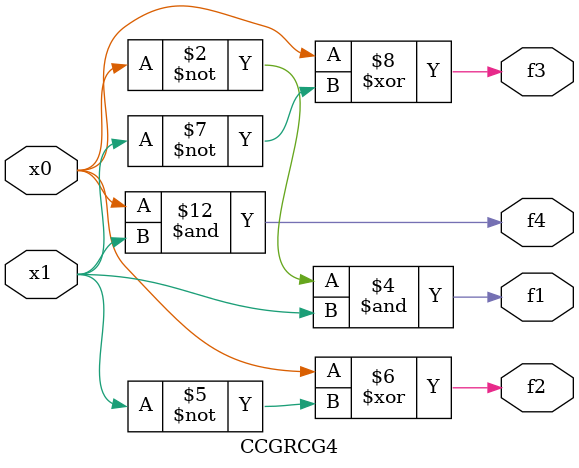
<source format=v>

module CCGRCG4 ( 
    x0, x1,
    f1, f2, f3, f4  );
  input  x0, x1;
  output f1, f2, f3, f4;
  wire new_n7_, new_n11_;
  assign new_n7_ = ~x1;
  assign f1 = ~x0 & ~new_n7_;
  assign f2 = x0 ^ ~x1;
  assign f3 = x0 ^ ~x1;
  assign new_n11_ = ~x0;
  assign f4 = ~new_n11_ & ~new_n7_;
endmodule



</source>
